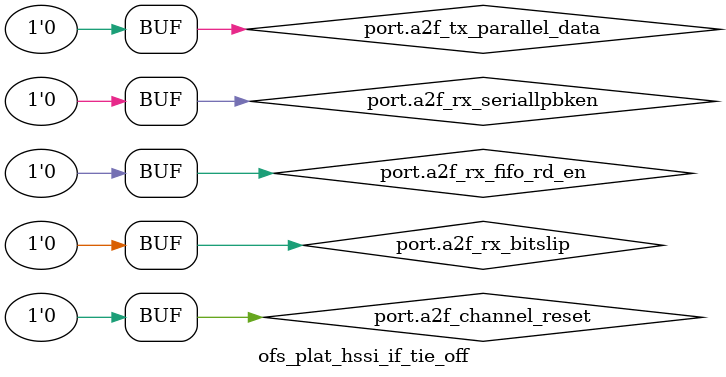
<source format=sv>



`include "ofs_plat_if.vh"

module ofs_plat_hssi_if_tie_off
   (
    pr_hssi_if.to_fiu port
    );

    always_comb
    begin
        port.a2f_tx_parallel_data = '0;
        port.a2f_rx_bitslip = '0;
        port.a2f_rx_fifo_rd_en = '0;
        port.a2f_rx_seriallpbken = '0;
        port.a2f_channel_reset = '0;
    end

endmodule // ofs_plat_hssi_if_tie_off

</source>
